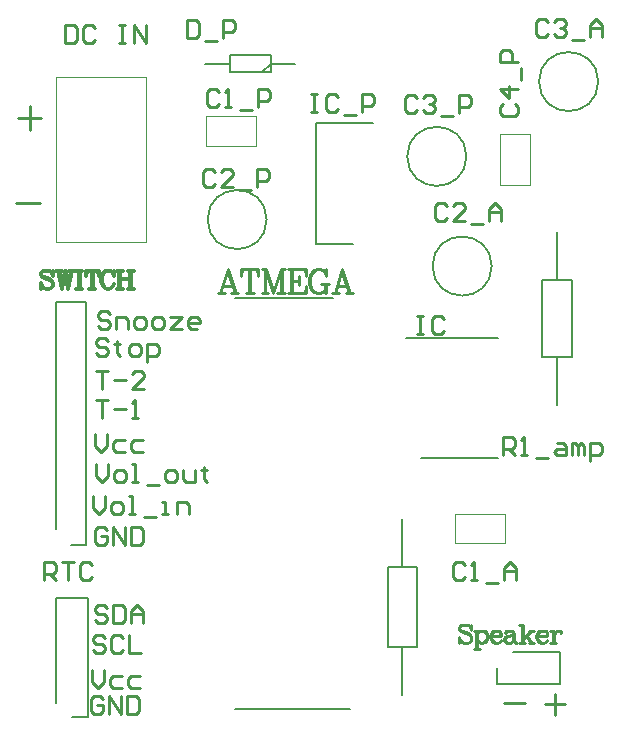
<source format=gbr>
%TF.GenerationSoftware,Altium Limited,Altium Designer,20.2.7 (254)*%
G04 Layer_Color=65535*
%FSLAX26Y26*%
%MOIN*%
%TF.SameCoordinates,6B6101E1-C1E4-40C1-A6FF-A8A0D89029E3*%
%TF.FilePolarity,Positive*%
%TF.FileFunction,Legend,Top*%
%TF.Part,Single*%
G01*
G75*
%TA.AperFunction,NonConductor*%
%ADD47C,0.007874*%
%ADD48C,0.003937*%
%ADD49C,0.010000*%
%ADD50C,0.011811*%
D47*
X830945Y4075000D02*
G03*
X830945Y4075000I98425J0D01*
G01*
X2132795Y4535000D02*
G03*
X2132795Y4535000I-98425J0D01*
G01*
X1693425Y4285630D02*
G03*
X1693425Y4285630I-98425J0D01*
G01*
X1777795Y3920000D02*
G03*
X1777795Y3920000I-98425J0D01*
G01*
X1192560Y3992638D02*
X1315000D01*
X1192560D02*
Y4397362D01*
X1382322D01*
X1995000Y3873150D02*
Y4032598D01*
Y3457796D02*
Y3617244D01*
X1945788D02*
X2044212D01*
Y3873150D01*
X1945788D02*
X2044212D01*
X1945788Y3617244D02*
Y3873150D01*
X922480Y3815000D02*
X1247520D01*
X922480Y2445000D02*
X1307284D01*
X1542520Y3280000D02*
X1797480D01*
X1492678Y3680000D02*
X1797480D01*
X1794094Y2526654D02*
Y2580000D01*
Y2526654D02*
X2005906D01*
Y2633346D01*
X1850000D02*
X2005906D01*
X1430788Y2650434D02*
Y2918150D01*
X1529212D01*
Y2650434D02*
Y2918150D01*
X1430788Y2650434D02*
X1529212D01*
X1480000Y2490984D02*
Y2650434D01*
Y2918150D02*
Y3077598D01*
X375000Y2991064D02*
X425000D01*
Y3798938D01*
X325000D02*
X425000D01*
X325000Y3045000D02*
Y3798938D01*
X380000Y2415984D02*
X433938D01*
Y2814016D01*
X326064D02*
X433938D01*
X326064Y2465000D02*
Y2814016D01*
X904094Y4565472D02*
X1041890D01*
X904094D02*
Y4624528D01*
X1041890D01*
Y4565472D02*
Y4624528D01*
X1012362Y4565472D02*
X1041890Y4595000D01*
X1122598D01*
X823386D02*
X904094D01*
D48*
X1805788Y4360434D02*
X1904212D01*
X1805788Y4191142D02*
Y4360434D01*
Y4191142D02*
X1904212D01*
Y4360434D01*
X1823858Y2995788D02*
Y3094212D01*
X1654566D02*
X1823858D01*
X1654566Y2995788D02*
Y3094212D01*
Y2995788D02*
X1823858D01*
X993858Y4320788D02*
Y4419212D01*
X824566D02*
X993858D01*
X824566Y4320788D02*
Y4419212D01*
Y4320788D02*
X993858D01*
X325000Y4000000D02*
Y4550000D01*
X625000D01*
Y4000000D02*
Y4550000D01*
X325000Y4000000D02*
X625000D01*
D49*
X483925Y2475968D02*
X473928Y2485965D01*
X453935D01*
X443938Y2475968D01*
Y2435981D01*
X453935Y2425984D01*
X473928D01*
X483925Y2435981D01*
Y2455974D01*
X463932D01*
X503919Y2425984D02*
Y2485965D01*
X543906Y2425984D01*
Y2485965D01*
X563899D02*
Y2425984D01*
X593889D01*
X603886Y2435981D01*
Y2475968D01*
X593889Y2485965D01*
X563899D01*
X445000Y2574981D02*
Y2534994D01*
X464993Y2515000D01*
X484987Y2534994D01*
Y2574981D01*
X544968Y2554987D02*
X514977D01*
X504981Y2544990D01*
Y2524997D01*
X514977Y2515000D01*
X544968D01*
X604948Y2554987D02*
X574958D01*
X564961Y2544990D01*
Y2524997D01*
X574958Y2515000D01*
X604948D01*
X489987Y2679984D02*
X479990Y2689981D01*
X459997D01*
X450000Y2679984D01*
Y2669987D01*
X459997Y2659990D01*
X479990D01*
X489987Y2649994D01*
Y2639997D01*
X479990Y2630000D01*
X459997D01*
X450000Y2639997D01*
X549968Y2679984D02*
X539971Y2689981D01*
X519977D01*
X509981Y2679984D01*
Y2639997D01*
X519977Y2630000D01*
X539971D01*
X549968Y2639997D01*
X569961Y2689981D02*
Y2630000D01*
X609948D01*
X494987Y2779984D02*
X484990Y2789981D01*
X464997D01*
X455000Y2779984D01*
Y2769987D01*
X464997Y2759990D01*
X484990D01*
X494987Y2749994D01*
Y2739997D01*
X484990Y2730000D01*
X464997D01*
X455000Y2739997D01*
X514981Y2789981D02*
Y2730000D01*
X544971D01*
X554968Y2739997D01*
Y2779984D01*
X544971Y2789981D01*
X514981D01*
X574961Y2730000D02*
Y2769987D01*
X594955Y2789981D01*
X614948Y2769987D01*
Y2730000D01*
Y2759990D01*
X574961D01*
X494987Y3039984D02*
X484990Y3049981D01*
X464997D01*
X455000Y3039984D01*
Y2999997D01*
X464997Y2990000D01*
X484990D01*
X494987Y2999997D01*
Y3019990D01*
X474993D01*
X514981Y2990000D02*
Y3049981D01*
X554968Y2990000D01*
Y3049981D01*
X574961D02*
Y2990000D01*
X604952D01*
X614948Y2999997D01*
Y3039984D01*
X604952Y3049981D01*
X574961D01*
X450000Y3154977D02*
Y3114990D01*
X469993Y3094997D01*
X489987Y3114990D01*
Y3154977D01*
X519977Y3094997D02*
X539971D01*
X549968Y3104994D01*
Y3124987D01*
X539971Y3134984D01*
X519977D01*
X509981Y3124987D01*
Y3104994D01*
X519977Y3094997D01*
X569961D02*
X589955D01*
X579958D01*
Y3154977D01*
X569961D01*
X619945Y3085000D02*
X659932D01*
X679926Y3094997D02*
X699919D01*
X689922D01*
Y3134984D01*
X679926D01*
X729909Y3094997D02*
Y3134984D01*
X759900D01*
X769896Y3124987D01*
Y3094997D01*
X460000Y3259977D02*
Y3219990D01*
X479993Y3199997D01*
X499987Y3219990D01*
Y3259977D01*
X529977Y3199997D02*
X549971D01*
X559968Y3209994D01*
Y3229987D01*
X549971Y3239984D01*
X529977D01*
X519981Y3229987D01*
Y3209994D01*
X529977Y3199997D01*
X579961D02*
X599955D01*
X589958D01*
Y3259977D01*
X579961D01*
X629945Y3190000D02*
X669932D01*
X699922Y3199997D02*
X719916D01*
X729913Y3209994D01*
Y3229987D01*
X719916Y3239984D01*
X699922D01*
X689926Y3229987D01*
Y3209994D01*
X699922Y3199997D01*
X749906Y3239984D02*
Y3209994D01*
X759903Y3199997D01*
X789893D01*
Y3239984D01*
X819884Y3249981D02*
Y3239984D01*
X809887D01*
X829880D01*
X819884D01*
Y3209994D01*
X829880Y3199997D01*
X455000Y3359981D02*
Y3319994D01*
X474993Y3300000D01*
X494987Y3319994D01*
Y3359981D01*
X554968Y3339987D02*
X524977D01*
X514981Y3329990D01*
Y3309997D01*
X524977Y3300000D01*
X554968D01*
X614948Y3339987D02*
X584958D01*
X574961Y3329990D01*
Y3309997D01*
X584958Y3300000D01*
X614948D01*
X460000Y3474981D02*
X499987D01*
X479993D01*
Y3415000D01*
X519981Y3444990D02*
X559968D01*
X579961Y3415000D02*
X599955D01*
X589958D01*
Y3474981D01*
X579961Y3464984D01*
X460000Y3569981D02*
X499987D01*
X479993D01*
Y3510000D01*
X519981Y3539990D02*
X559968D01*
X619948Y3510000D02*
X579961D01*
X619948Y3549987D01*
Y3559984D01*
X609952Y3569981D01*
X589958D01*
X579961Y3559984D01*
X499987Y3669977D02*
X489990Y3679974D01*
X469997D01*
X460000Y3669977D01*
Y3659981D01*
X469997Y3649984D01*
X489990D01*
X499987Y3639987D01*
Y3629990D01*
X489990Y3619994D01*
X469997D01*
X460000Y3629990D01*
X529977Y3669977D02*
Y3659981D01*
X519981D01*
X539974D01*
X529977D01*
Y3629990D01*
X539974Y3619994D01*
X579961D02*
X599955D01*
X609952Y3629990D01*
Y3649984D01*
X599955Y3659981D01*
X579961D01*
X569964Y3649984D01*
Y3629990D01*
X579961Y3619994D01*
X629945Y3600000D02*
Y3659981D01*
X659935D01*
X669932Y3649984D01*
Y3629990D01*
X659935Y3619994D01*
X629945D01*
X504987Y3759984D02*
X494990Y3769981D01*
X474997D01*
X465000Y3759984D01*
Y3749987D01*
X474997Y3739990D01*
X494990D01*
X504987Y3729994D01*
Y3719997D01*
X494990Y3710000D01*
X474997D01*
X465000Y3719997D01*
X524981Y3710000D02*
Y3749987D01*
X554971D01*
X564968Y3739990D01*
Y3710000D01*
X594958D02*
X614952D01*
X624948Y3719997D01*
Y3739990D01*
X614952Y3749987D01*
X594958D01*
X584961Y3739990D01*
Y3719997D01*
X594958Y3710000D01*
X654939D02*
X674932D01*
X684929Y3719997D01*
Y3739990D01*
X674932Y3749987D01*
X654939D01*
X644942Y3739990D01*
Y3719997D01*
X654939Y3710000D01*
X704922Y3749987D02*
X744909D01*
X704922Y3710000D01*
X744909D01*
X794893D02*
X774900D01*
X764903Y3719997D01*
Y3739990D01*
X774900Y3749987D01*
X794893D01*
X804890Y3739990D01*
Y3729994D01*
X764903D01*
X1988739Y2492477D02*
Y2425000D01*
X1955000Y2458739D02*
X2022477D01*
X1820000Y2465000D02*
X1887477D01*
X193072Y4129036D02*
X271787D01*
X198072Y4414036D02*
X276787D01*
X237429Y4453393D02*
Y4374679D01*
X1175034Y4494989D02*
X1195027D01*
X1185031D01*
Y4435008D01*
X1175034D01*
X1195027D01*
X1265005Y4484992D02*
X1255008Y4494989D01*
X1235015D01*
X1225018Y4484992D01*
Y4445005D01*
X1235015Y4435008D01*
X1255008D01*
X1265005Y4445005D01*
X1284998Y4425011D02*
X1324986D01*
X1344979Y4435008D02*
Y4494989D01*
X1374969D01*
X1384966Y4484992D01*
Y4464998D01*
X1374969Y4455002D01*
X1344979D01*
X1815053Y3290006D02*
Y3349987D01*
X1845044D01*
X1855041Y3339990D01*
Y3319997D01*
X1845044Y3310000D01*
X1815053D01*
X1835047D02*
X1855041Y3290006D01*
X1875034D02*
X1895027D01*
X1885031D01*
Y3349987D01*
X1875034Y3339990D01*
X1925018Y3280010D02*
X1965005D01*
X1994995Y3329994D02*
X2014989D01*
X2024986Y3319997D01*
Y3290006D01*
X1994995D01*
X1984998Y3300003D01*
X1994995Y3310000D01*
X2024986D01*
X2044979Y3290006D02*
Y3329994D01*
X2054976D01*
X2064972Y3319997D01*
Y3290006D01*
Y3319997D01*
X2074969Y3329994D01*
X2084966Y3319997D01*
Y3290006D01*
X2104960Y3270013D02*
Y3329994D01*
X2134950D01*
X2144947Y3319997D01*
Y3300003D01*
X2134950Y3290006D01*
X2104960D01*
X899377Y3909362D02*
X873136Y3830638D01*
X899377Y3909362D02*
X925618Y3830638D01*
X899377Y3898115D02*
X921870Y3830638D01*
X880634Y3853131D02*
X914372D01*
X865639Y3830638D02*
X888131D01*
X910623D02*
X933116D01*
X969478Y3909362D02*
Y3830638D01*
X973227Y3909362D02*
Y3830638D01*
X946986Y3909362D02*
X943237Y3886869D01*
Y3909362D01*
X999468D01*
Y3886869D01*
X995720Y3909362D01*
X958232Y3830638D02*
X984473D01*
X1021961Y3909362D02*
Y3830638D01*
X1025709Y3909362D02*
X1048202Y3841885D01*
X1021961Y3909362D02*
X1048202Y3830638D01*
X1074443Y3909362D02*
X1048202Y3830638D01*
X1074443Y3909362D02*
Y3830638D01*
X1078191Y3909362D02*
Y3830638D01*
X1010714Y3909362D02*
X1025709D01*
X1074443D02*
X1089438D01*
X1010714Y3830638D02*
X1033207D01*
X1063197D02*
X1089438D01*
X1109681Y3909362D02*
Y3830638D01*
X1113430Y3909362D02*
Y3830638D01*
X1135922Y3886869D02*
Y3856880D01*
X1098435Y3909362D02*
X1158414D01*
Y3886869D01*
X1154666Y3909362D01*
X1113430Y3871874D02*
X1135922D01*
X1098435Y3830638D02*
X1158414D01*
Y3853131D01*
X1154666Y3830638D01*
X1221768Y3898115D02*
X1225517Y3886869D01*
Y3909362D01*
X1221768Y3898115D01*
X1214271Y3905613D01*
X1203024Y3909362D01*
X1195527D01*
X1184281Y3905613D01*
X1176783Y3898115D01*
X1173034Y3890618D01*
X1169286Y3879372D01*
Y3860628D01*
X1173034Y3849382D01*
X1176783Y3841885D01*
X1184281Y3834387D01*
X1195527Y3830638D01*
X1203024D01*
X1214271Y3834387D01*
X1221768Y3841885D01*
X1195527Y3909362D02*
X1188029Y3905613D01*
X1180532Y3898115D01*
X1176783Y3890618D01*
X1173034Y3879372D01*
Y3860628D01*
X1176783Y3849382D01*
X1180532Y3841885D01*
X1188029Y3834387D01*
X1195527Y3830638D01*
X1221768Y3860628D02*
Y3830638D01*
X1225517Y3860628D02*
Y3830638D01*
X1210522Y3860628D02*
X1236763D01*
X1280623Y3909362D02*
X1254382Y3830638D01*
X1280623Y3909362D02*
X1306864Y3830638D01*
X1280623Y3898115D02*
X1303115Y3830638D01*
X1261879Y3853131D02*
X1295618D01*
X1246884Y3830638D02*
X1269377D01*
X1291869D02*
X1314361D01*
X1815008Y4460023D02*
X1805011Y4450026D01*
Y4430032D01*
X1815008Y4420036D01*
X1854995D01*
X1864992Y4430032D01*
Y4450026D01*
X1854995Y4460023D01*
X1864992Y4510007D02*
X1805011D01*
X1835002Y4480016D01*
Y4520003D01*
X1874989Y4539997D02*
Y4579984D01*
X1864992Y4599977D02*
X1805011D01*
Y4629968D01*
X1815008Y4639965D01*
X1835002D01*
X1844998Y4629968D01*
Y4599977D01*
X1688446Y2924992D02*
X1678449Y2934989D01*
X1658456D01*
X1648459Y2924992D01*
Y2885005D01*
X1658456Y2875008D01*
X1678449D01*
X1688446Y2885005D01*
X1708440Y2875008D02*
X1728433D01*
X1718437D01*
Y2934989D01*
X1708440Y2924992D01*
X1758424Y2865011D02*
X1798411D01*
X1818404Y2875008D02*
Y2914995D01*
X1838398Y2934989D01*
X1858391Y2914995D01*
Y2875008D01*
Y2904998D01*
X1818404D01*
X870021Y4499992D02*
X860024Y4509989D01*
X840031D01*
X830034Y4499992D01*
Y4460005D01*
X840031Y4450008D01*
X860024D01*
X870021Y4460005D01*
X890015Y4450008D02*
X910008D01*
X900011D01*
Y4509989D01*
X890015Y4499992D01*
X939998Y4440011D02*
X979986D01*
X999979Y4450008D02*
Y4509989D01*
X1029969D01*
X1039966Y4499992D01*
Y4479998D01*
X1029969Y4470002D01*
X999979D01*
X1965023Y4734992D02*
X1955026Y4744989D01*
X1935032D01*
X1925036Y4734992D01*
Y4695005D01*
X1935032Y4685008D01*
X1955026D01*
X1965023Y4695005D01*
X1985016Y4734992D02*
X1995013Y4744989D01*
X2015006D01*
X2025003Y4734992D01*
Y4724995D01*
X2015006Y4714998D01*
X2005010D01*
X2015006D01*
X2025003Y4705002D01*
Y4695005D01*
X2015006Y4685008D01*
X1995013D01*
X1985016Y4695005D01*
X2044997Y4675011D02*
X2084984D01*
X2104977Y4685008D02*
Y4724995D01*
X2124971Y4744989D01*
X2144965Y4724995D01*
Y4685008D01*
Y4714998D01*
X2104977D01*
X855023Y4234992D02*
X845026Y4244989D01*
X825032D01*
X815036Y4234992D01*
Y4195005D01*
X825032Y4185008D01*
X845026D01*
X855023Y4195005D01*
X915003Y4185008D02*
X875016D01*
X915003Y4224995D01*
Y4234992D01*
X905006Y4244989D01*
X885013D01*
X875016Y4234992D01*
X934997Y4175011D02*
X974984D01*
X994977Y4185008D02*
Y4244989D01*
X1024968D01*
X1034965Y4234992D01*
Y4214998D01*
X1024968Y4205002D01*
X994977D01*
X1530015Y3754990D02*
X1550008D01*
X1540011D01*
Y3695010D01*
X1530015D01*
X1550008D01*
X1619986Y3744994D02*
X1609989Y3754990D01*
X1589995D01*
X1579998Y3744994D01*
Y3705006D01*
X1589995Y3695010D01*
X1609989D01*
X1619986Y3705006D01*
X1706886Y2716422D02*
X1709742Y2724991D01*
Y2707852D01*
X1706886Y2716422D01*
X1701173Y2722135D01*
X1692603Y2724991D01*
X1684034D01*
X1675464Y2722135D01*
X1669751Y2716422D01*
Y2710709D01*
X1672607Y2704996D01*
X1675464Y2702139D01*
X1681177Y2699283D01*
X1698316Y2693570D01*
X1704029Y2690713D01*
X1709742Y2685000D01*
X1669751Y2710709D02*
X1675464Y2704996D01*
X1681177Y2702139D01*
X1698316Y2696426D01*
X1704029Y2693570D01*
X1706886Y2690713D01*
X1709742Y2685000D01*
Y2673574D01*
X1704029Y2667861D01*
X1695460Y2665004D01*
X1686890D01*
X1678320Y2667861D01*
X1672607Y2673574D01*
X1669751Y2682144D01*
Y2665004D01*
X1672607Y2673574D01*
X1727167Y2704996D02*
Y2645009D01*
X1730024Y2704996D02*
Y2645009D01*
Y2696426D02*
X1735737Y2702139D01*
X1741450Y2704996D01*
X1747163D01*
X1755732Y2702139D01*
X1761446Y2696426D01*
X1764302Y2687856D01*
Y2682144D01*
X1761446Y2673574D01*
X1755732Y2667861D01*
X1747163Y2665004D01*
X1741450D01*
X1735737Y2667861D01*
X1730024Y2673574D01*
X1747163Y2704996D02*
X1752876Y2702139D01*
X1758589Y2696426D01*
X1761446Y2687856D01*
Y2682144D01*
X1758589Y2673574D01*
X1752876Y2667861D01*
X1747163Y2665004D01*
X1718598Y2704996D02*
X1730024D01*
X1718598Y2645009D02*
X1738593D01*
X1775442Y2687856D02*
X1809721D01*
Y2693570D01*
X1806864Y2699283D01*
X1804008Y2702139D01*
X1798295Y2704996D01*
X1789725D01*
X1781156Y2702139D01*
X1775442Y2696426D01*
X1772586Y2687856D01*
Y2682144D01*
X1775442Y2673574D01*
X1781156Y2667861D01*
X1789725Y2665004D01*
X1795438D01*
X1804008Y2667861D01*
X1809721Y2673574D01*
X1806864Y2687856D02*
Y2696426D01*
X1804008Y2702139D01*
X1789725Y2704996D02*
X1784012Y2702139D01*
X1778299Y2696426D01*
X1775442Y2687856D01*
Y2682144D01*
X1778299Y2673574D01*
X1784012Y2667861D01*
X1789725Y2665004D01*
X1824575Y2699283D02*
Y2696426D01*
X1821718D01*
Y2699283D01*
X1824575Y2702139D01*
X1830288Y2704996D01*
X1841714D01*
X1847427Y2702139D01*
X1850284Y2699283D01*
X1853140Y2693570D01*
Y2673574D01*
X1855997Y2667861D01*
X1858853Y2665004D01*
X1850284Y2699283D02*
Y2673574D01*
X1853140Y2667861D01*
X1858853Y2665004D01*
X1861710D01*
X1850284Y2693570D02*
X1847427Y2690713D01*
X1830288Y2687856D01*
X1821718Y2685000D01*
X1818862Y2679287D01*
Y2673574D01*
X1821718Y2667861D01*
X1830288Y2665004D01*
X1838857D01*
X1844571Y2667861D01*
X1850284Y2673574D01*
X1830288Y2687856D02*
X1824575Y2685000D01*
X1821718Y2679287D01*
Y2673574D01*
X1824575Y2667861D01*
X1830288Y2665004D01*
X1878849Y2724991D02*
Y2665004D01*
X1881705Y2724991D02*
Y2665004D01*
X1910271Y2704996D02*
X1881705Y2676430D01*
X1895988Y2687856D02*
X1913127Y2665004D01*
X1893131Y2687856D02*
X1910271Y2665004D01*
X1870279Y2724991D02*
X1881705D01*
X1901701Y2704996D02*
X1918840D01*
X1870279Y2665004D02*
X1890275D01*
X1901701D02*
X1918840D01*
X1929695Y2687856D02*
X1963974D01*
Y2693570D01*
X1961117Y2699283D01*
X1958260Y2702139D01*
X1952547Y2704996D01*
X1943978D01*
X1935408Y2702139D01*
X1929695Y2696426D01*
X1926839Y2687856D01*
Y2682144D01*
X1929695Y2673574D01*
X1935408Y2667861D01*
X1943978Y2665004D01*
X1949691D01*
X1958260Y2667861D01*
X1963974Y2673574D01*
X1961117Y2687856D02*
Y2696426D01*
X1958260Y2702139D01*
X1943978Y2704996D02*
X1938265Y2702139D01*
X1932552Y2696426D01*
X1929695Y2687856D01*
Y2682144D01*
X1932552Y2673574D01*
X1938265Y2667861D01*
X1943978Y2665004D01*
X1981684Y2704996D02*
Y2665004D01*
X1984541Y2704996D02*
Y2665004D01*
Y2687856D02*
X1987397Y2696426D01*
X1993110Y2702139D01*
X1998823Y2704996D01*
X2007393D01*
X2010249Y2702139D01*
Y2699283D01*
X2007393Y2696426D01*
X2004536Y2699283D01*
X2007393Y2702139D01*
X1973114Y2704996D02*
X1984541D01*
X1973114Y2665004D02*
X1993110D01*
X285026Y2875010D02*
Y2934990D01*
X315016D01*
X325013Y2924994D01*
Y2905000D01*
X315016Y2895003D01*
X285026D01*
X305019D02*
X325013Y2875010D01*
X345007Y2934990D02*
X384994D01*
X365000D01*
Y2875010D01*
X444974Y2924994D02*
X434977Y2934990D01*
X414984D01*
X404987Y2924994D01*
Y2885006D01*
X414984Y2875010D01*
X434977D01*
X444974Y2885006D01*
X355044Y4724990D02*
Y4665010D01*
X385034D01*
X395031Y4675007D01*
Y4714993D01*
X385034Y4724990D01*
X355044D01*
X455011Y4714993D02*
X445015Y4724990D01*
X425021D01*
X415024Y4714993D01*
Y4675007D01*
X425021Y4665010D01*
X445015D01*
X455011Y4675007D01*
X534986Y4724990D02*
X554979D01*
X544982D01*
Y4665010D01*
X534986D01*
X554979D01*
X584969D02*
Y4724990D01*
X624956Y4665010D01*
Y4724990D01*
X762000Y4738996D02*
Y4679016D01*
X791990D01*
X801987Y4689012D01*
Y4728999D01*
X791990Y4738996D01*
X762000D01*
X821981Y4669019D02*
X861968D01*
X881961Y4679016D02*
Y4738996D01*
X911952D01*
X921948Y4728999D01*
Y4709006D01*
X911952Y4699009D01*
X881961D01*
X1530023Y4479992D02*
X1520026Y4489989D01*
X1500032D01*
X1490036Y4479992D01*
Y4440005D01*
X1500032Y4430008D01*
X1520026D01*
X1530023Y4440005D01*
X1550016Y4479992D02*
X1560013Y4489989D01*
X1580006D01*
X1590003Y4479992D01*
Y4469995D01*
X1580006Y4459998D01*
X1570010D01*
X1580006D01*
X1590003Y4450002D01*
Y4440005D01*
X1580006Y4430008D01*
X1560013D01*
X1550016Y4440005D01*
X1609997Y4420011D02*
X1649984D01*
X1669977Y4430008D02*
Y4489989D01*
X1699968D01*
X1709965Y4479992D01*
Y4459998D01*
X1699968Y4450002D01*
X1669977D01*
X1630023Y4119992D02*
X1620026Y4129989D01*
X1600032D01*
X1590036Y4119992D01*
Y4080005D01*
X1600032Y4070008D01*
X1620026D01*
X1630023Y4080005D01*
X1690003Y4070008D02*
X1650016D01*
X1690003Y4109995D01*
Y4119992D01*
X1680006Y4129989D01*
X1660013D01*
X1650016Y4119992D01*
X1709997Y4060011D02*
X1749984D01*
X1769977Y4070008D02*
Y4109995D01*
X1789971Y4129989D01*
X1809965Y4109995D01*
Y4070008D01*
Y4099998D01*
X1769977D01*
D50*
X312597Y3896424D02*
X315453Y3904994D01*
Y3887854D01*
X312597Y3896424D01*
X306884Y3902137D01*
X298314Y3904994D01*
X289744D01*
X281175Y3902137D01*
X275462Y3896424D01*
Y3890711D01*
X278318Y3884998D01*
X281175Y3882141D01*
X286888Y3879285D01*
X304027Y3873572D01*
X309740Y3870715D01*
X315453Y3865002D01*
X275462Y3890711D02*
X281175Y3884998D01*
X286888Y3882141D01*
X304027Y3876428D01*
X309740Y3873572D01*
X312597Y3870715D01*
X315453Y3865002D01*
Y3853576D01*
X309740Y3847863D01*
X301171Y3845006D01*
X292601D01*
X284031Y3847863D01*
X278318Y3853576D01*
X275462Y3862146D01*
Y3845006D01*
X278318Y3853576D01*
X332878Y3904994D02*
X344304Y3845006D01*
X335735Y3904994D02*
X344304Y3859289D01*
X355730Y3904994D02*
X344304Y3845006D01*
X355730Y3904994D02*
X367156Y3845006D01*
X358587Y3904994D02*
X367156Y3859289D01*
X378582Y3904994D02*
X367156Y3845006D01*
X324308Y3904994D02*
X344304D01*
X370013D02*
X387152D01*
X402292D02*
Y3845006D01*
X405148Y3904994D02*
Y3845006D01*
X393722Y3904994D02*
X413718D01*
X393722Y3845006D02*
X413718D01*
X444568Y3904994D02*
Y3845006D01*
X447425Y3904994D02*
Y3845006D01*
X427429Y3904994D02*
X424573Y3887854D01*
Y3904994D01*
X467421D01*
Y3887854D01*
X464564Y3904994D01*
X435999Y3845006D02*
X455994D01*
X515982Y3896424D02*
X518838Y3887854D01*
Y3904994D01*
X515982Y3896424D01*
X510269Y3902137D01*
X501699Y3904994D01*
X495986D01*
X487416Y3902137D01*
X481703Y3896424D01*
X478847Y3890711D01*
X475990Y3882141D01*
Y3867859D01*
X478847Y3859289D01*
X481703Y3853576D01*
X487416Y3847863D01*
X495986Y3845006D01*
X501699D01*
X510269Y3847863D01*
X515982Y3853576D01*
X518838Y3859289D01*
X495986Y3904994D02*
X490273Y3902137D01*
X484560Y3896424D01*
X481703Y3890711D01*
X478847Y3882141D01*
Y3867859D01*
X481703Y3859289D01*
X484560Y3853576D01*
X490273Y3847863D01*
X495986Y3845006D01*
X535977Y3904994D02*
Y3845006D01*
X538834Y3904994D02*
Y3845006D01*
X573112Y3904994D02*
Y3845006D01*
X575969Y3904994D02*
Y3845006D01*
X527408Y3904994D02*
X547404D01*
X564543D02*
X584538D01*
X538834Y3876428D02*
X573112D01*
X527408Y3845006D02*
X547404D01*
X564543D02*
X584538D01*
%TF.MD5,f51bbab4db4738fa69d2f494a55aaa58*%
M02*

</source>
